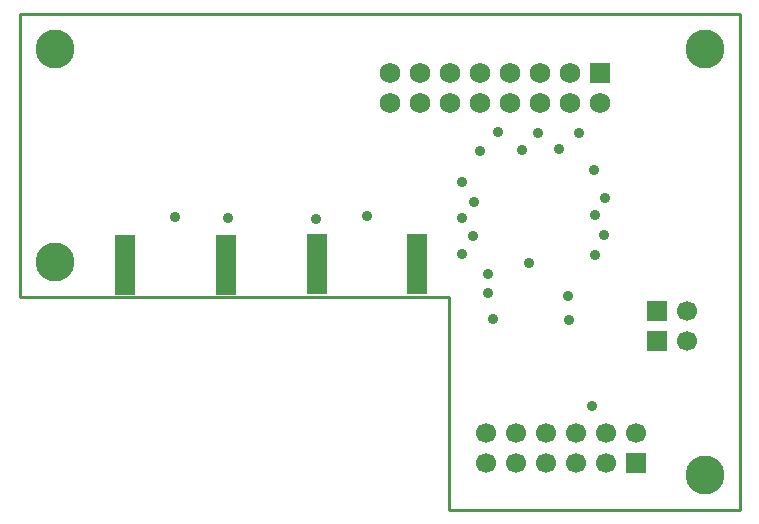
<source format=gbs>
G04*
G04 #@! TF.GenerationSoftware,Altium Limited,Altium Designer,20.2.5 (213)*
G04*
G04 Layer_Color=16711935*
%FSLAX42Y42*%
%MOMM*%
G71*
G04*
G04 #@! TF.SameCoordinates,FD00795A-EEFA-4773-A186-A79775DAC492*
G04*
G04*
G04 #@! TF.FilePolarity,Negative*
G04*
G01*
G75*
%ADD12C,0.25*%
%ADD22R,1.80X5.10*%
%ADD29R,1.70X1.70*%
%ADD30C,1.70*%
%ADD31R,1.70X1.70*%
%ADD32C,1.73*%
%ADD33R,1.73X1.73*%
%ADD34C,3.30*%
%ADD35C,0.90*%
D12*
X7640Y5300D02*
X10100D01*
X7640D02*
Y7100D01*
X4000D02*
X7640D01*
X4000D02*
Y9500D01*
X10100D01*
Y5300D02*
Y9500D01*
D22*
X4895Y7378D02*
D03*
X5745D02*
D03*
X6515Y7382D02*
D03*
X7365D02*
D03*
D29*
X9222Y5696D02*
D03*
D30*
Y5950D02*
D03*
X8968Y5696D02*
D03*
X8714D02*
D03*
X8460D02*
D03*
X8206D02*
D03*
X7952D02*
D03*
X8968Y5950D02*
D03*
X8714D02*
D03*
X8460D02*
D03*
X8206D02*
D03*
X7952D02*
D03*
X9652Y6731D02*
D03*
Y6985D02*
D03*
D31*
X9398Y6731D02*
D03*
Y6985D02*
D03*
D32*
X7138Y8750D02*
D03*
Y9004D02*
D03*
X7392Y8750D02*
D03*
Y9004D02*
D03*
X7646Y8750D02*
D03*
Y9004D02*
D03*
X7900Y8750D02*
D03*
Y9004D02*
D03*
X8154Y8750D02*
D03*
Y9004D02*
D03*
X8662Y8750D02*
D03*
X8916D02*
D03*
X8408D02*
D03*
X8662Y9004D02*
D03*
X8408D02*
D03*
D33*
X8916D02*
D03*
D34*
X4300Y7400D02*
D03*
X9800Y5600D02*
D03*
Y9200D02*
D03*
X4300D02*
D03*
D35*
X6510Y7762D02*
D03*
X5765Y7770D02*
D03*
X8850Y6178D02*
D03*
X5320Y7780D02*
D03*
X6940Y7790D02*
D03*
X8050Y8500D02*
D03*
X8740Y8490D02*
D03*
X8390D02*
D03*
X8870Y7460D02*
D03*
X8870Y7800D02*
D03*
X8955Y7940D02*
D03*
X8950Y7630D02*
D03*
X8865Y8180D02*
D03*
X8570Y8360D02*
D03*
X8255Y8350D02*
D03*
X7900Y8340D02*
D03*
X7750Y7470D02*
D03*
X7745Y8080D02*
D03*
X7845Y7910D02*
D03*
X7840Y7620D02*
D03*
X7745Y7770D02*
D03*
X8655Y6910D02*
D03*
X8645Y7110D02*
D03*
X7965Y7140D02*
D03*
X7965Y7300D02*
D03*
X8010Y6920D02*
D03*
X8310Y7393D02*
D03*
M02*

</source>
